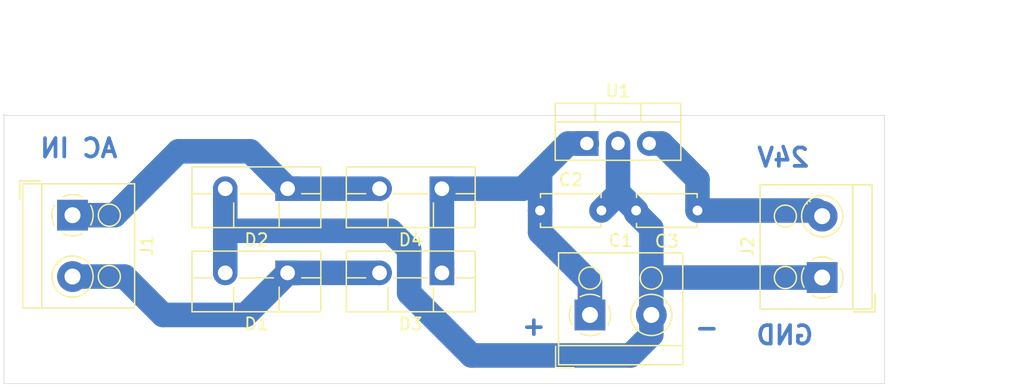
<source format=kicad_pcb>
(kicad_pcb (version 20171130) (host pcbnew "(5.1.7)-1")

  (general
    (thickness 1.6)
    (drawings 11)
    (tracks 43)
    (zones 0)
    (modules 10)
    (nets 6)
  )

  (page A4)
  (layers
    (0 F.Cu signal)
    (31 B.Cu signal)
    (32 B.Adhes user)
    (33 F.Adhes user)
    (34 B.Paste user)
    (35 F.Paste user)
    (36 B.SilkS user)
    (37 F.SilkS user)
    (38 B.Mask user)
    (39 F.Mask user)
    (40 Dwgs.User user)
    (41 Cmts.User user)
    (42 Eco1.User user)
    (43 Eco2.User user)
    (44 Edge.Cuts user)
    (45 Margin user)
    (46 B.CrtYd user)
    (47 F.CrtYd user)
    (48 B.Fab user)
    (49 F.Fab user)
  )

  (setup
    (last_trace_width 2)
    (user_trace_width 0.5)
    (user_trace_width 1)
    (user_trace_width 1.5)
    (user_trace_width 2)
    (trace_clearance 0.2)
    (zone_clearance 0.508)
    (zone_45_only no)
    (trace_min 0.2)
    (via_size 0.8)
    (via_drill 0.4)
    (via_min_size 0.4)
    (via_min_drill 0.3)
    (uvia_size 0.3)
    (uvia_drill 0.1)
    (uvias_allowed no)
    (uvia_min_size 0.2)
    (uvia_min_drill 0.1)
    (edge_width 0.05)
    (segment_width 0.2)
    (pcb_text_width 0.3)
    (pcb_text_size 1.5 1.5)
    (mod_edge_width 0.12)
    (mod_text_size 1 1)
    (mod_text_width 0.15)
    (pad_size 1.524 1.524)
    (pad_drill 0.762)
    (pad_to_mask_clearance 0)
    (aux_axis_origin 0 0)
    (visible_elements 7FFFFFFF)
    (pcbplotparams
      (layerselection 0x010fc_ffffffff)
      (usegerberextensions false)
      (usegerberattributes true)
      (usegerberadvancedattributes true)
      (creategerberjobfile true)
      (excludeedgelayer true)
      (linewidth 0.100000)
      (plotframeref false)
      (viasonmask false)
      (mode 1)
      (useauxorigin false)
      (hpglpennumber 1)
      (hpglpenspeed 20)
      (hpglpendiameter 15.000000)
      (psnegative false)
      (psa4output false)
      (plotreference true)
      (plotvalue true)
      (plotinvisibletext false)
      (padsonsilk false)
      (subtractmaskfromsilk false)
      (outputformat 1)
      (mirror false)
      (drillshape 1)
      (scaleselection 1)
      (outputdirectory ""))
  )

  (net 0 "")
  (net 1 /RECT+)
  (net 2 /GND)
  (net 3 /24V+)
  (net 4 "Net-(D1-Pad1)")
  (net 5 "Net-(D2-Pad1)")

  (net_class Default "This is the default net class."
    (clearance 0.2)
    (trace_width 0.25)
    (via_dia 0.8)
    (via_drill 0.4)
    (uvia_dia 0.3)
    (uvia_drill 0.1)
    (add_net /24V+)
    (add_net /GND)
    (add_net /RECT+)
    (add_net "Net-(D1-Pad1)")
    (add_net "Net-(D2-Pad1)")
  )

  (module TerminalBlock_RND:TerminalBlock_RND_205-00001_1x02_P5.00mm_Horizontal (layer F.Cu) (tedit 5B294F8C) (tstamp 5F97BC6F)
    (at 88.646 53.848)
    (descr "terminal block RND 205-00001, 2 pins, pitch 5mm, size 10x9mm^2, drill diamater 1.3mm, pad diameter 2.5mm, see http://cdn-reichelt.de/documents/datenblatt/C151/RND_205-00001_DB_EN.pdf, script-generated using https://github.com/pointhi/kicad-footprint-generator/scripts/TerminalBlock_RND")
    (tags "THT terminal block RND 205-00001 pitch 5mm size 10x9mm^2 drill 1.3mm pad 2.5mm")
    (path /5F97B333)
    (fp_text reference C1 (at 2.5 -6.06) (layer F.SilkS)
      (effects (font (size 1 1) (thickness 0.15)))
    )
    (fp_text value 6800u (at 2.5 5.06) (layer F.Fab)
      (effects (font (size 1 1) (thickness 0.15)))
    )
    (fp_line (start 8 -5.5) (end -3 -5.5) (layer F.CrtYd) (width 0.05))
    (fp_line (start 8 4.5) (end 8 -5.5) (layer F.CrtYd) (width 0.05))
    (fp_line (start -3 4.5) (end 8 4.5) (layer F.CrtYd) (width 0.05))
    (fp_line (start -3 -5.5) (end -3 4.5) (layer F.CrtYd) (width 0.05))
    (fp_line (start -2.8 4.3) (end -1.3 4.3) (layer F.SilkS) (width 0.12))
    (fp_line (start -2.8 2.56) (end -2.8 4.3) (layer F.SilkS) (width 0.12))
    (fp_line (start 3.82 0.976) (end 3.726 1.069) (layer F.SilkS) (width 0.12))
    (fp_line (start 6.07 -1.275) (end 6.011 -1.216) (layer F.SilkS) (width 0.12))
    (fp_line (start 3.99 1.216) (end 3.931 1.274) (layer F.SilkS) (width 0.12))
    (fp_line (start 6.275 -1.069) (end 6.181 -0.976) (layer F.SilkS) (width 0.12))
    (fp_line (start 5.955 -1.138) (end 3.863 0.955) (layer F.Fab) (width 0.1))
    (fp_line (start 6.138 -0.955) (end 4.046 1.138) (layer F.Fab) (width 0.1))
    (fp_line (start 0.955 -1.138) (end -1.138 0.955) (layer F.Fab) (width 0.1))
    (fp_line (start 1.138 -0.955) (end -0.955 1.138) (layer F.Fab) (width 0.1))
    (fp_line (start 7.56 -5.06) (end 7.56 4.06) (layer F.SilkS) (width 0.12))
    (fp_line (start -2.56 -5.06) (end -2.56 4.06) (layer F.SilkS) (width 0.12))
    (fp_line (start -2.56 4.06) (end 7.56 4.06) (layer F.SilkS) (width 0.12))
    (fp_line (start -2.56 -5.06) (end 7.56 -5.06) (layer F.SilkS) (width 0.12))
    (fp_line (start -2.56 2.5) (end 7.56 2.5) (layer F.SilkS) (width 0.12))
    (fp_line (start -2.5 2.5) (end 7.5 2.5) (layer F.Fab) (width 0.1))
    (fp_line (start -2.5 2.5) (end -2.5 -5) (layer F.Fab) (width 0.1))
    (fp_line (start -1 4) (end -2.5 2.5) (layer F.Fab) (width 0.1))
    (fp_line (start 7.5 4) (end -1 4) (layer F.Fab) (width 0.1))
    (fp_line (start 7.5 -5) (end 7.5 4) (layer F.Fab) (width 0.1))
    (fp_line (start -2.5 -5) (end 7.5 -5) (layer F.Fab) (width 0.1))
    (fp_circle (center 5 -3) (end 5.9 -3) (layer F.SilkS) (width 0.12))
    (fp_circle (center 5 -3) (end 5.9 -3) (layer F.Fab) (width 0.1))
    (fp_circle (center 5 0) (end 6.68 0) (layer F.SilkS) (width 0.12))
    (fp_circle (center 5 0) (end 6.5 0) (layer F.Fab) (width 0.1))
    (fp_circle (center 0 -3) (end 0.9 -3) (layer F.SilkS) (width 0.12))
    (fp_circle (center 0 -3) (end 0.9 -3) (layer F.Fab) (width 0.1))
    (fp_circle (center 0 0) (end 1.5 0) (layer F.Fab) (width 0.1))
    (fp_arc (start 0 0) (end 0 1.68) (angle -28) (layer F.SilkS) (width 0.12))
    (fp_arc (start 0 0) (end 1.484 0.789) (angle -56) (layer F.SilkS) (width 0.12))
    (fp_arc (start 0 0) (end 0.789 -1.484) (angle -56) (layer F.SilkS) (width 0.12))
    (fp_arc (start 0 0) (end -1.484 -0.789) (angle -56) (layer F.SilkS) (width 0.12))
    (fp_arc (start 0 0) (end -0.789 1.484) (angle -29) (layer F.SilkS) (width 0.12))
    (fp_text user %R (at 2.5 -6.06) (layer F.Fab)
      (effects (font (size 1 1) (thickness 0.15)))
    )
    (pad 1 thru_hole rect (at 0 0) (size 2.5 2.5) (drill 1.3) (layers *.Cu *.Mask)
      (net 1 /RECT+))
    (pad 2 thru_hole circle (at 5 0) (size 2.5 2.5) (drill 1.3) (layers *.Cu *.Mask)
      (net 2 /GND))
    (model ${KISYS3DMOD}/TerminalBlock_RND.3dshapes/TerminalBlock_RND_205-00001_1x02_P5.00mm_Horizontal.wrl
      (at (xyz 0 0 0))
      (scale (xyz 1 1 1))
      (rotate (xyz 0 0 0))
    )
  )

  (module Capacitor_THT:C_Disc_D4.7mm_W2.5mm_P5.00mm (layer F.Cu) (tedit 5AE50EF0) (tstamp 5F97BC84)
    (at 84.582 45.339)
    (descr "C, Disc series, Radial, pin pitch=5.00mm, , diameter*width=4.7*2.5mm^2, Capacitor, http://www.vishay.com/docs/45233/krseries.pdf")
    (tags "C Disc series Radial pin pitch 5.00mm  diameter 4.7mm width 2.5mm Capacitor")
    (path /5F97739A)
    (fp_text reference C2 (at 2.5 -2.5) (layer F.SilkS)
      (effects (font (size 1 1) (thickness 0.15)))
    )
    (fp_text value 330n (at 2.5 2.5) (layer F.Fab)
      (effects (font (size 1 1) (thickness 0.15)))
    )
    (fp_line (start 6.05 -1.5) (end -1.05 -1.5) (layer F.CrtYd) (width 0.05))
    (fp_line (start 6.05 1.5) (end 6.05 -1.5) (layer F.CrtYd) (width 0.05))
    (fp_line (start -1.05 1.5) (end 6.05 1.5) (layer F.CrtYd) (width 0.05))
    (fp_line (start -1.05 -1.5) (end -1.05 1.5) (layer F.CrtYd) (width 0.05))
    (fp_line (start 4.97 1.055) (end 4.97 1.37) (layer F.SilkS) (width 0.12))
    (fp_line (start 4.97 -1.37) (end 4.97 -1.055) (layer F.SilkS) (width 0.12))
    (fp_line (start 0.03 1.055) (end 0.03 1.37) (layer F.SilkS) (width 0.12))
    (fp_line (start 0.03 -1.37) (end 0.03 -1.055) (layer F.SilkS) (width 0.12))
    (fp_line (start 0.03 1.37) (end 4.97 1.37) (layer F.SilkS) (width 0.12))
    (fp_line (start 0.03 -1.37) (end 4.97 -1.37) (layer F.SilkS) (width 0.12))
    (fp_line (start 4.85 -1.25) (end 0.15 -1.25) (layer F.Fab) (width 0.1))
    (fp_line (start 4.85 1.25) (end 4.85 -1.25) (layer F.Fab) (width 0.1))
    (fp_line (start 0.15 1.25) (end 4.85 1.25) (layer F.Fab) (width 0.1))
    (fp_line (start 0.15 -1.25) (end 0.15 1.25) (layer F.Fab) (width 0.1))
    (fp_text user %R (at 2.5 0) (layer F.Fab)
      (effects (font (size 0.94 0.94) (thickness 0.141)))
    )
    (pad 1 thru_hole circle (at 0 0) (size 1.6 1.6) (drill 0.8) (layers *.Cu *.Mask)
      (net 1 /RECT+))
    (pad 2 thru_hole circle (at 5 0) (size 1.6 1.6) (drill 0.8) (layers *.Cu *.Mask)
      (net 2 /GND))
    (model ${KISYS3DMOD}/Capacitor_THT.3dshapes/C_Disc_D4.7mm_W2.5mm_P5.00mm.wrl
      (at (xyz 0 0 0))
      (scale (xyz 1 1 1))
      (rotate (xyz 0 0 0))
    )
  )

  (module Capacitor_THT:C_Disc_D4.7mm_W2.5mm_P5.00mm (layer F.Cu) (tedit 5AE50EF0) (tstamp 5F97BC99)
    (at 97.409 45.339 180)
    (descr "C, Disc series, Radial, pin pitch=5.00mm, , diameter*width=4.7*2.5mm^2, Capacitor, http://www.vishay.com/docs/45233/krseries.pdf")
    (tags "C Disc series Radial pin pitch 5.00mm  diameter 4.7mm width 2.5mm Capacitor")
    (path /5F981BAA)
    (fp_text reference C3 (at 2.5 -2.5 180) (layer F.SilkS)
      (effects (font (size 1 1) (thickness 0.15)))
    )
    (fp_text value 100u (at 2.5 2.5 180) (layer F.Fab)
      (effects (font (size 1 1) (thickness 0.15)))
    )
    (fp_line (start 0.15 -1.25) (end 0.15 1.25) (layer F.Fab) (width 0.1))
    (fp_line (start 0.15 1.25) (end 4.85 1.25) (layer F.Fab) (width 0.1))
    (fp_line (start 4.85 1.25) (end 4.85 -1.25) (layer F.Fab) (width 0.1))
    (fp_line (start 4.85 -1.25) (end 0.15 -1.25) (layer F.Fab) (width 0.1))
    (fp_line (start 0.03 -1.37) (end 4.97 -1.37) (layer F.SilkS) (width 0.12))
    (fp_line (start 0.03 1.37) (end 4.97 1.37) (layer F.SilkS) (width 0.12))
    (fp_line (start 0.03 -1.37) (end 0.03 -1.055) (layer F.SilkS) (width 0.12))
    (fp_line (start 0.03 1.055) (end 0.03 1.37) (layer F.SilkS) (width 0.12))
    (fp_line (start 4.97 -1.37) (end 4.97 -1.055) (layer F.SilkS) (width 0.12))
    (fp_line (start 4.97 1.055) (end 4.97 1.37) (layer F.SilkS) (width 0.12))
    (fp_line (start -1.05 -1.5) (end -1.05 1.5) (layer F.CrtYd) (width 0.05))
    (fp_line (start -1.05 1.5) (end 6.05 1.5) (layer F.CrtYd) (width 0.05))
    (fp_line (start 6.05 1.5) (end 6.05 -1.5) (layer F.CrtYd) (width 0.05))
    (fp_line (start 6.05 -1.5) (end -1.05 -1.5) (layer F.CrtYd) (width 0.05))
    (fp_text user %R (at 2.5 0 180) (layer F.Fab)
      (effects (font (size 0.94 0.94) (thickness 0.141)))
    )
    (pad 2 thru_hole circle (at 5 0 180) (size 1.6 1.6) (drill 0.8) (layers *.Cu *.Mask)
      (net 2 /GND))
    (pad 1 thru_hole circle (at 0 0 180) (size 1.6 1.6) (drill 0.8) (layers *.Cu *.Mask)
      (net 3 /24V+))
    (model ${KISYS3DMOD}/Capacitor_THT.3dshapes/C_Disc_D4.7mm_W2.5mm_P5.00mm.wrl
      (at (xyz 0 0 0))
      (scale (xyz 1 1 1))
      (rotate (xyz 0 0 0))
    )
  )

  (module Package_TO_SOT_THT:TO-220F-2_Vertical (layer F.Cu) (tedit 5ACC4AF2) (tstamp 5F97BCB4)
    (at 64.008 50.419 180)
    (descr "TO-220F-2, Vertical, RM 5.08mm, see http://www.onsemi.com/pub/Collateral/FFPF10F150S-D.pdf")
    (tags "TO-220F-2 Vertical RM 5.08mm")
    (path /5F975065)
    (fp_text reference D1 (at 2.54 -4.1675 180) (layer F.SilkS)
      (effects (font (size 1 1) (thickness 0.15)))
    )
    (fp_text value D (at 2.54 2.9025 180) (layer F.Fab)
      (effects (font (size 1 1) (thickness 0.15)))
    )
    (fp_line (start -2.59 -3.0475) (end -2.59 1.6525) (layer F.Fab) (width 0.1))
    (fp_line (start -2.59 1.6525) (end 7.67 1.6525) (layer F.Fab) (width 0.1))
    (fp_line (start 7.67 1.6525) (end 7.67 -3.0475) (layer F.Fab) (width 0.1))
    (fp_line (start 7.67 -3.0475) (end -2.59 -3.0475) (layer F.Fab) (width 0.1))
    (fp_line (start -2.59 -0.5275) (end 7.67 -0.5275) (layer F.Fab) (width 0.1))
    (fp_line (start 0.69 -3.0475) (end 0.69 -0.5275) (layer F.Fab) (width 0.1))
    (fp_line (start 4.39 -3.0475) (end 4.39 -0.5275) (layer F.Fab) (width 0.1))
    (fp_line (start -2.71 -3.168) (end 7.79 -3.168) (layer F.SilkS) (width 0.12))
    (fp_line (start -2.71 1.773) (end 7.79 1.773) (layer F.SilkS) (width 0.12))
    (fp_line (start -2.71 -3.168) (end -2.71 1.773) (layer F.SilkS) (width 0.12))
    (fp_line (start 7.79 -3.168) (end 7.79 1.773) (layer F.SilkS) (width 0.12))
    (fp_line (start -2.71 -0.408) (end -1.15 -0.408) (layer F.SilkS) (width 0.12))
    (fp_line (start 1.15 -0.408) (end 3.952 -0.408) (layer F.SilkS) (width 0.12))
    (fp_line (start 6.209 -0.408) (end 7.79 -0.408) (layer F.SilkS) (width 0.12))
    (fp_line (start 0.69 -3.168) (end 0.69 -1.15) (layer F.SilkS) (width 0.12))
    (fp_line (start 4.391 -3.168) (end 4.391 -1.165) (layer F.SilkS) (width 0.12))
    (fp_line (start -2.84 -3.3) (end -2.84 1.91) (layer F.CrtYd) (width 0.05))
    (fp_line (start -2.84 1.91) (end 7.92 1.91) (layer F.CrtYd) (width 0.05))
    (fp_line (start 7.92 1.91) (end 7.92 -3.3) (layer F.CrtYd) (width 0.05))
    (fp_line (start 7.92 -3.3) (end -2.84 -3.3) (layer F.CrtYd) (width 0.05))
    (fp_text user %R (at 2.54 -4.1675 180) (layer F.Fab)
      (effects (font (size 1 1) (thickness 0.15)))
    )
    (pad 2 thru_hole oval (at 5.08 0 180) (size 2 2) (drill 1.2) (layers *.Cu *.Mask)
      (net 2 /GND))
    (pad 1 thru_hole rect (at 0 0 180) (size 2 2) (drill 1.2) (layers *.Cu *.Mask)
      (net 4 "Net-(D1-Pad1)"))
    (model ${KISYS3DMOD}/Package_TO_SOT_THT.3dshapes/TO-220F-2_Vertical.wrl
      (at (xyz 0 0 0))
      (scale (xyz 1 1 1))
      (rotate (xyz 0 0 0))
    )
  )

  (module Package_TO_SOT_THT:TO-220F-2_Vertical (layer F.Cu) (tedit 5ACC4AF2) (tstamp 5F97BCCF)
    (at 64.008 43.561 180)
    (descr "TO-220F-2, Vertical, RM 5.08mm, see http://www.onsemi.com/pub/Collateral/FFPF10F150S-D.pdf")
    (tags "TO-220F-2 Vertical RM 5.08mm")
    (path /5F9758DC)
    (fp_text reference D2 (at 2.54 -4.1675 180) (layer F.SilkS)
      (effects (font (size 1 1) (thickness 0.15)))
    )
    (fp_text value D (at 2.54 2.9025 180) (layer F.Fab)
      (effects (font (size 1 1) (thickness 0.15)))
    )
    (fp_line (start 7.92 -3.3) (end -2.84 -3.3) (layer F.CrtYd) (width 0.05))
    (fp_line (start 7.92 1.91) (end 7.92 -3.3) (layer F.CrtYd) (width 0.05))
    (fp_line (start -2.84 1.91) (end 7.92 1.91) (layer F.CrtYd) (width 0.05))
    (fp_line (start -2.84 -3.3) (end -2.84 1.91) (layer F.CrtYd) (width 0.05))
    (fp_line (start 4.391 -3.168) (end 4.391 -1.165) (layer F.SilkS) (width 0.12))
    (fp_line (start 0.69 -3.168) (end 0.69 -1.15) (layer F.SilkS) (width 0.12))
    (fp_line (start 6.209 -0.408) (end 7.79 -0.408) (layer F.SilkS) (width 0.12))
    (fp_line (start 1.15 -0.408) (end 3.952 -0.408) (layer F.SilkS) (width 0.12))
    (fp_line (start -2.71 -0.408) (end -1.15 -0.408) (layer F.SilkS) (width 0.12))
    (fp_line (start 7.79 -3.168) (end 7.79 1.773) (layer F.SilkS) (width 0.12))
    (fp_line (start -2.71 -3.168) (end -2.71 1.773) (layer F.SilkS) (width 0.12))
    (fp_line (start -2.71 1.773) (end 7.79 1.773) (layer F.SilkS) (width 0.12))
    (fp_line (start -2.71 -3.168) (end 7.79 -3.168) (layer F.SilkS) (width 0.12))
    (fp_line (start 4.39 -3.0475) (end 4.39 -0.5275) (layer F.Fab) (width 0.1))
    (fp_line (start 0.69 -3.0475) (end 0.69 -0.5275) (layer F.Fab) (width 0.1))
    (fp_line (start -2.59 -0.5275) (end 7.67 -0.5275) (layer F.Fab) (width 0.1))
    (fp_line (start 7.67 -3.0475) (end -2.59 -3.0475) (layer F.Fab) (width 0.1))
    (fp_line (start 7.67 1.6525) (end 7.67 -3.0475) (layer F.Fab) (width 0.1))
    (fp_line (start -2.59 1.6525) (end 7.67 1.6525) (layer F.Fab) (width 0.1))
    (fp_line (start -2.59 -3.0475) (end -2.59 1.6525) (layer F.Fab) (width 0.1))
    (fp_text user %R (at 2.54 -4.1675 180) (layer F.Fab)
      (effects (font (size 1 1) (thickness 0.15)))
    )
    (pad 1 thru_hole rect (at 0 0 180) (size 2 2) (drill 1.2) (layers *.Cu *.Mask)
      (net 5 "Net-(D2-Pad1)"))
    (pad 2 thru_hole oval (at 5.08 0 180) (size 2 2) (drill 1.2) (layers *.Cu *.Mask)
      (net 2 /GND))
    (model ${KISYS3DMOD}/Package_TO_SOT_THT.3dshapes/TO-220F-2_Vertical.wrl
      (at (xyz 0 0 0))
      (scale (xyz 1 1 1))
      (rotate (xyz 0 0 0))
    )
  )

  (module Package_TO_SOT_THT:TO-220F-2_Vertical (layer F.Cu) (tedit 5ACC4AF2) (tstamp 5F97BCEA)
    (at 76.581 50.419 180)
    (descr "TO-220F-2, Vertical, RM 5.08mm, see http://www.onsemi.com/pub/Collateral/FFPF10F150S-D.pdf")
    (tags "TO-220F-2 Vertical RM 5.08mm")
    (path /5F975D43)
    (fp_text reference D3 (at 2.54 -4.1675 180) (layer F.SilkS)
      (effects (font (size 1 1) (thickness 0.15)))
    )
    (fp_text value D (at 2.54 2.9025 180) (layer F.Fab)
      (effects (font (size 1 1) (thickness 0.15)))
    )
    (fp_line (start -2.59 -3.0475) (end -2.59 1.6525) (layer F.Fab) (width 0.1))
    (fp_line (start -2.59 1.6525) (end 7.67 1.6525) (layer F.Fab) (width 0.1))
    (fp_line (start 7.67 1.6525) (end 7.67 -3.0475) (layer F.Fab) (width 0.1))
    (fp_line (start 7.67 -3.0475) (end -2.59 -3.0475) (layer F.Fab) (width 0.1))
    (fp_line (start -2.59 -0.5275) (end 7.67 -0.5275) (layer F.Fab) (width 0.1))
    (fp_line (start 0.69 -3.0475) (end 0.69 -0.5275) (layer F.Fab) (width 0.1))
    (fp_line (start 4.39 -3.0475) (end 4.39 -0.5275) (layer F.Fab) (width 0.1))
    (fp_line (start -2.71 -3.168) (end 7.79 -3.168) (layer F.SilkS) (width 0.12))
    (fp_line (start -2.71 1.773) (end 7.79 1.773) (layer F.SilkS) (width 0.12))
    (fp_line (start -2.71 -3.168) (end -2.71 1.773) (layer F.SilkS) (width 0.12))
    (fp_line (start 7.79 -3.168) (end 7.79 1.773) (layer F.SilkS) (width 0.12))
    (fp_line (start -2.71 -0.408) (end -1.15 -0.408) (layer F.SilkS) (width 0.12))
    (fp_line (start 1.15 -0.408) (end 3.952 -0.408) (layer F.SilkS) (width 0.12))
    (fp_line (start 6.209 -0.408) (end 7.79 -0.408) (layer F.SilkS) (width 0.12))
    (fp_line (start 0.69 -3.168) (end 0.69 -1.15) (layer F.SilkS) (width 0.12))
    (fp_line (start 4.391 -3.168) (end 4.391 -1.165) (layer F.SilkS) (width 0.12))
    (fp_line (start -2.84 -3.3) (end -2.84 1.91) (layer F.CrtYd) (width 0.05))
    (fp_line (start -2.84 1.91) (end 7.92 1.91) (layer F.CrtYd) (width 0.05))
    (fp_line (start 7.92 1.91) (end 7.92 -3.3) (layer F.CrtYd) (width 0.05))
    (fp_line (start 7.92 -3.3) (end -2.84 -3.3) (layer F.CrtYd) (width 0.05))
    (fp_text user %R (at 2.54 -4.1675 180) (layer F.Fab)
      (effects (font (size 1 1) (thickness 0.15)))
    )
    (pad 2 thru_hole oval (at 5.08 0 180) (size 2 2) (drill 1.2) (layers *.Cu *.Mask)
      (net 4 "Net-(D1-Pad1)"))
    (pad 1 thru_hole rect (at 0 0 180) (size 2 2) (drill 1.2) (layers *.Cu *.Mask)
      (net 1 /RECT+))
    (model ${KISYS3DMOD}/Package_TO_SOT_THT.3dshapes/TO-220F-2_Vertical.wrl
      (at (xyz 0 0 0))
      (scale (xyz 1 1 1))
      (rotate (xyz 0 0 0))
    )
  )

  (module Package_TO_SOT_THT:TO-220F-2_Vertical (layer F.Cu) (tedit 5ACC4AF2) (tstamp 5F97BD05)
    (at 76.581 43.561 180)
    (descr "TO-220F-2, Vertical, RM 5.08mm, see http://www.onsemi.com/pub/Collateral/FFPF10F150S-D.pdf")
    (tags "TO-220F-2 Vertical RM 5.08mm")
    (path /5F975FE8)
    (fp_text reference D4 (at 2.54 -4.1675 180) (layer F.SilkS)
      (effects (font (size 1 1) (thickness 0.15)))
    )
    (fp_text value D (at 2.54 2.9025 180) (layer F.Fab)
      (effects (font (size 1 1) (thickness 0.15)))
    )
    (fp_line (start 7.92 -3.3) (end -2.84 -3.3) (layer F.CrtYd) (width 0.05))
    (fp_line (start 7.92 1.91) (end 7.92 -3.3) (layer F.CrtYd) (width 0.05))
    (fp_line (start -2.84 1.91) (end 7.92 1.91) (layer F.CrtYd) (width 0.05))
    (fp_line (start -2.84 -3.3) (end -2.84 1.91) (layer F.CrtYd) (width 0.05))
    (fp_line (start 4.391 -3.168) (end 4.391 -1.165) (layer F.SilkS) (width 0.12))
    (fp_line (start 0.69 -3.168) (end 0.69 -1.15) (layer F.SilkS) (width 0.12))
    (fp_line (start 6.209 -0.408) (end 7.79 -0.408) (layer F.SilkS) (width 0.12))
    (fp_line (start 1.15 -0.408) (end 3.952 -0.408) (layer F.SilkS) (width 0.12))
    (fp_line (start -2.71 -0.408) (end -1.15 -0.408) (layer F.SilkS) (width 0.12))
    (fp_line (start 7.79 -3.168) (end 7.79 1.773) (layer F.SilkS) (width 0.12))
    (fp_line (start -2.71 -3.168) (end -2.71 1.773) (layer F.SilkS) (width 0.12))
    (fp_line (start -2.71 1.773) (end 7.79 1.773) (layer F.SilkS) (width 0.12))
    (fp_line (start -2.71 -3.168) (end 7.79 -3.168) (layer F.SilkS) (width 0.12))
    (fp_line (start 4.39 -3.0475) (end 4.39 -0.5275) (layer F.Fab) (width 0.1))
    (fp_line (start 0.69 -3.0475) (end 0.69 -0.5275) (layer F.Fab) (width 0.1))
    (fp_line (start -2.59 -0.5275) (end 7.67 -0.5275) (layer F.Fab) (width 0.1))
    (fp_line (start 7.67 -3.0475) (end -2.59 -3.0475) (layer F.Fab) (width 0.1))
    (fp_line (start 7.67 1.6525) (end 7.67 -3.0475) (layer F.Fab) (width 0.1))
    (fp_line (start -2.59 1.6525) (end 7.67 1.6525) (layer F.Fab) (width 0.1))
    (fp_line (start -2.59 -3.0475) (end -2.59 1.6525) (layer F.Fab) (width 0.1))
    (fp_text user %R (at 2.54 -4.1675 180) (layer F.Fab)
      (effects (font (size 1 1) (thickness 0.15)))
    )
    (pad 1 thru_hole rect (at 0 0 180) (size 2 2) (drill 1.2) (layers *.Cu *.Mask)
      (net 1 /RECT+))
    (pad 2 thru_hole oval (at 5.08 0 180) (size 2 2) (drill 1.2) (layers *.Cu *.Mask)
      (net 5 "Net-(D2-Pad1)"))
    (model ${KISYS3DMOD}/Package_TO_SOT_THT.3dshapes/TO-220F-2_Vertical.wrl
      (at (xyz 0 0 0))
      (scale (xyz 1 1 1))
      (rotate (xyz 0 0 0))
    )
  )

  (module TerminalBlock_RND:TerminalBlock_RND_205-00001_1x02_P5.00mm_Horizontal (layer F.Cu) (tedit 5B294F8C) (tstamp 5F97BD31)
    (at 46.482 45.72 270)
    (descr "terminal block RND 205-00001, 2 pins, pitch 5mm, size 10x9mm^2, drill diamater 1.3mm, pad diameter 2.5mm, see http://cdn-reichelt.de/documents/datenblatt/C151/RND_205-00001_DB_EN.pdf, script-generated using https://github.com/pointhi/kicad-footprint-generator/scripts/TerminalBlock_RND")
    (tags "THT terminal block RND 205-00001 pitch 5mm size 10x9mm^2 drill 1.3mm pad 2.5mm")
    (path /5F983583)
    (fp_text reference J1 (at 2.5 -6.06 270) (layer F.SilkS)
      (effects (font (size 1 1) (thickness 0.15)))
    )
    (fp_text value AC_IN (at 2.5 5.06 270) (layer F.Fab)
      (effects (font (size 1 1) (thickness 0.15)))
    )
    (fp_circle (center 0 0) (end 1.5 0) (layer F.Fab) (width 0.1))
    (fp_circle (center 0 -3) (end 0.9 -3) (layer F.Fab) (width 0.1))
    (fp_circle (center 0 -3) (end 0.9 -3) (layer F.SilkS) (width 0.12))
    (fp_circle (center 5 0) (end 6.5 0) (layer F.Fab) (width 0.1))
    (fp_circle (center 5 0) (end 6.68 0) (layer F.SilkS) (width 0.12))
    (fp_circle (center 5 -3) (end 5.9 -3) (layer F.Fab) (width 0.1))
    (fp_circle (center 5 -3) (end 5.9 -3) (layer F.SilkS) (width 0.12))
    (fp_line (start -2.5 -5) (end 7.5 -5) (layer F.Fab) (width 0.1))
    (fp_line (start 7.5 -5) (end 7.5 4) (layer F.Fab) (width 0.1))
    (fp_line (start 7.5 4) (end -1 4) (layer F.Fab) (width 0.1))
    (fp_line (start -1 4) (end -2.5 2.5) (layer F.Fab) (width 0.1))
    (fp_line (start -2.5 2.5) (end -2.5 -5) (layer F.Fab) (width 0.1))
    (fp_line (start -2.5 2.5) (end 7.5 2.5) (layer F.Fab) (width 0.1))
    (fp_line (start -2.56 2.5) (end 7.56 2.5) (layer F.SilkS) (width 0.12))
    (fp_line (start -2.56 -5.06) (end 7.56 -5.06) (layer F.SilkS) (width 0.12))
    (fp_line (start -2.56 4.06) (end 7.56 4.06) (layer F.SilkS) (width 0.12))
    (fp_line (start -2.56 -5.06) (end -2.56 4.06) (layer F.SilkS) (width 0.12))
    (fp_line (start 7.56 -5.06) (end 7.56 4.06) (layer F.SilkS) (width 0.12))
    (fp_line (start 1.138 -0.955) (end -0.955 1.138) (layer F.Fab) (width 0.1))
    (fp_line (start 0.955 -1.138) (end -1.138 0.955) (layer F.Fab) (width 0.1))
    (fp_line (start 6.138 -0.955) (end 4.046 1.138) (layer F.Fab) (width 0.1))
    (fp_line (start 5.955 -1.138) (end 3.863 0.955) (layer F.Fab) (width 0.1))
    (fp_line (start 6.275 -1.069) (end 6.181 -0.976) (layer F.SilkS) (width 0.12))
    (fp_line (start 3.99 1.216) (end 3.931 1.274) (layer F.SilkS) (width 0.12))
    (fp_line (start 6.07 -1.275) (end 6.011 -1.216) (layer F.SilkS) (width 0.12))
    (fp_line (start 3.82 0.976) (end 3.726 1.069) (layer F.SilkS) (width 0.12))
    (fp_line (start -2.8 2.56) (end -2.8 4.3) (layer F.SilkS) (width 0.12))
    (fp_line (start -2.8 4.3) (end -1.3 4.3) (layer F.SilkS) (width 0.12))
    (fp_line (start -3 -5.5) (end -3 4.5) (layer F.CrtYd) (width 0.05))
    (fp_line (start -3 4.5) (end 8 4.5) (layer F.CrtYd) (width 0.05))
    (fp_line (start 8 4.5) (end 8 -5.5) (layer F.CrtYd) (width 0.05))
    (fp_line (start 8 -5.5) (end -3 -5.5) (layer F.CrtYd) (width 0.05))
    (fp_text user %R (at 2.5 -6.06 270) (layer F.Fab)
      (effects (font (size 1 1) (thickness 0.15)))
    )
    (fp_arc (start 0 0) (end -0.789 1.484) (angle -29) (layer F.SilkS) (width 0.12))
    (fp_arc (start 0 0) (end -1.484 -0.789) (angle -56) (layer F.SilkS) (width 0.12))
    (fp_arc (start 0 0) (end 0.789 -1.484) (angle -56) (layer F.SilkS) (width 0.12))
    (fp_arc (start 0 0) (end 1.484 0.789) (angle -56) (layer F.SilkS) (width 0.12))
    (fp_arc (start 0 0) (end 0 1.68) (angle -28) (layer F.SilkS) (width 0.12))
    (pad 2 thru_hole circle (at 5 0 270) (size 2.5 2.5) (drill 1.3) (layers *.Cu *.Mask)
      (net 4 "Net-(D1-Pad1)"))
    (pad 1 thru_hole rect (at 0 0 270) (size 2.5 2.5) (drill 1.3) (layers *.Cu *.Mask)
      (net 5 "Net-(D2-Pad1)"))
    (model ${KISYS3DMOD}/TerminalBlock_RND.3dshapes/TerminalBlock_RND_205-00001_1x02_P5.00mm_Horizontal.wrl
      (at (xyz 0 0 0))
      (scale (xyz 1 1 1))
      (rotate (xyz 0 0 0))
    )
  )

  (module TerminalBlock_RND:TerminalBlock_RND_205-00001_1x02_P5.00mm_Horizontal (layer F.Cu) (tedit 5B294F8C) (tstamp 5F97BD5D)
    (at 107.569 50.8 90)
    (descr "terminal block RND 205-00001, 2 pins, pitch 5mm, size 10x9mm^2, drill diamater 1.3mm, pad diameter 2.5mm, see http://cdn-reichelt.de/documents/datenblatt/C151/RND_205-00001_DB_EN.pdf, script-generated using https://github.com/pointhi/kicad-footprint-generator/scripts/TerminalBlock_RND")
    (tags "THT terminal block RND 205-00001 pitch 5mm size 10x9mm^2 drill 1.3mm pad 2.5mm")
    (path /5F9867AC)
    (fp_text reference J2 (at 2.5 -6.06 90) (layer F.SilkS)
      (effects (font (size 1 1) (thickness 0.15)))
    )
    (fp_text value DC_OUT (at 2.5 5.06 90) (layer F.Fab)
      (effects (font (size 1 1) (thickness 0.15)))
    )
    (fp_line (start 8 -5.5) (end -3 -5.5) (layer F.CrtYd) (width 0.05))
    (fp_line (start 8 4.5) (end 8 -5.5) (layer F.CrtYd) (width 0.05))
    (fp_line (start -3 4.5) (end 8 4.5) (layer F.CrtYd) (width 0.05))
    (fp_line (start -3 -5.5) (end -3 4.5) (layer F.CrtYd) (width 0.05))
    (fp_line (start -2.8 4.3) (end -1.3 4.3) (layer F.SilkS) (width 0.12))
    (fp_line (start -2.8 2.56) (end -2.8 4.3) (layer F.SilkS) (width 0.12))
    (fp_line (start 3.82 0.976) (end 3.726 1.069) (layer F.SilkS) (width 0.12))
    (fp_line (start 6.07 -1.275) (end 6.011 -1.216) (layer F.SilkS) (width 0.12))
    (fp_line (start 3.99 1.216) (end 3.931 1.274) (layer F.SilkS) (width 0.12))
    (fp_line (start 6.275 -1.069) (end 6.181 -0.976) (layer F.SilkS) (width 0.12))
    (fp_line (start 5.955 -1.138) (end 3.863 0.955) (layer F.Fab) (width 0.1))
    (fp_line (start 6.138 -0.955) (end 4.046 1.138) (layer F.Fab) (width 0.1))
    (fp_line (start 0.955 -1.138) (end -1.138 0.955) (layer F.Fab) (width 0.1))
    (fp_line (start 1.138 -0.955) (end -0.955 1.138) (layer F.Fab) (width 0.1))
    (fp_line (start 7.56 -5.06) (end 7.56 4.06) (layer F.SilkS) (width 0.12))
    (fp_line (start -2.56 -5.06) (end -2.56 4.06) (layer F.SilkS) (width 0.12))
    (fp_line (start -2.56 4.06) (end 7.56 4.06) (layer F.SilkS) (width 0.12))
    (fp_line (start -2.56 -5.06) (end 7.56 -5.06) (layer F.SilkS) (width 0.12))
    (fp_line (start -2.56 2.5) (end 7.56 2.5) (layer F.SilkS) (width 0.12))
    (fp_line (start -2.5 2.5) (end 7.5 2.5) (layer F.Fab) (width 0.1))
    (fp_line (start -2.5 2.5) (end -2.5 -5) (layer F.Fab) (width 0.1))
    (fp_line (start -1 4) (end -2.5 2.5) (layer F.Fab) (width 0.1))
    (fp_line (start 7.5 4) (end -1 4) (layer F.Fab) (width 0.1))
    (fp_line (start 7.5 -5) (end 7.5 4) (layer F.Fab) (width 0.1))
    (fp_line (start -2.5 -5) (end 7.5 -5) (layer F.Fab) (width 0.1))
    (fp_circle (center 5 -3) (end 5.9 -3) (layer F.SilkS) (width 0.12))
    (fp_circle (center 5 -3) (end 5.9 -3) (layer F.Fab) (width 0.1))
    (fp_circle (center 5 0) (end 6.68 0) (layer F.SilkS) (width 0.12))
    (fp_circle (center 5 0) (end 6.5 0) (layer F.Fab) (width 0.1))
    (fp_circle (center 0 -3) (end 0.9 -3) (layer F.SilkS) (width 0.12))
    (fp_circle (center 0 -3) (end 0.9 -3) (layer F.Fab) (width 0.1))
    (fp_circle (center 0 0) (end 1.5 0) (layer F.Fab) (width 0.1))
    (fp_arc (start 0 0) (end 0 1.68) (angle -28) (layer F.SilkS) (width 0.12))
    (fp_arc (start 0 0) (end 1.484 0.789) (angle -56) (layer F.SilkS) (width 0.12))
    (fp_arc (start 0 0) (end 0.789 -1.484) (angle -56) (layer F.SilkS) (width 0.12))
    (fp_arc (start 0 0) (end -1.484 -0.789) (angle -56) (layer F.SilkS) (width 0.12))
    (fp_arc (start 0 0) (end -0.789 1.484) (angle -29) (layer F.SilkS) (width 0.12))
    (fp_text user %R (at 2.5 -6.06 90) (layer F.Fab)
      (effects (font (size 1 1) (thickness 0.15)))
    )
    (pad 1 thru_hole rect (at 0 0 90) (size 2.5 2.5) (drill 1.3) (layers *.Cu *.Mask)
      (net 2 /GND))
    (pad 2 thru_hole circle (at 5 0 90) (size 2.5 2.5) (drill 1.3) (layers *.Cu *.Mask)
      (net 3 /24V+))
    (model ${KISYS3DMOD}/TerminalBlock_RND.3dshapes/TerminalBlock_RND_205-00001_1x02_P5.00mm_Horizontal.wrl
      (at (xyz 0 0 0))
      (scale (xyz 1 1 1))
      (rotate (xyz 0 0 0))
    )
  )

  (module Package_TO_SOT_THT:TO-220-3_Vertical (layer F.Cu) (tedit 5AC8BA0D) (tstamp 5F97BD77)
    (at 88.392 39.878)
    (descr "TO-220-3, Vertical, RM 2.54mm, see https://www.vishay.com/docs/66542/to-220-1.pdf")
    (tags "TO-220-3 Vertical RM 2.54mm")
    (path /5F97E69F)
    (fp_text reference U1 (at 2.54 -4.27) (layer F.SilkS)
      (effects (font (size 1 1) (thickness 0.15)))
    )
    (fp_text value LM7824_TO220 (at 2.54 2.5) (layer F.Fab)
      (effects (font (size 1 1) (thickness 0.15)))
    )
    (fp_line (start 7.79 -3.4) (end -2.71 -3.4) (layer F.CrtYd) (width 0.05))
    (fp_line (start 7.79 1.51) (end 7.79 -3.4) (layer F.CrtYd) (width 0.05))
    (fp_line (start -2.71 1.51) (end 7.79 1.51) (layer F.CrtYd) (width 0.05))
    (fp_line (start -2.71 -3.4) (end -2.71 1.51) (layer F.CrtYd) (width 0.05))
    (fp_line (start 4.391 -3.27) (end 4.391 -1.76) (layer F.SilkS) (width 0.12))
    (fp_line (start 0.69 -3.27) (end 0.69 -1.76) (layer F.SilkS) (width 0.12))
    (fp_line (start -2.58 -1.76) (end 7.66 -1.76) (layer F.SilkS) (width 0.12))
    (fp_line (start 7.66 -3.27) (end 7.66 1.371) (layer F.SilkS) (width 0.12))
    (fp_line (start -2.58 -3.27) (end -2.58 1.371) (layer F.SilkS) (width 0.12))
    (fp_line (start -2.58 1.371) (end 7.66 1.371) (layer F.SilkS) (width 0.12))
    (fp_line (start -2.58 -3.27) (end 7.66 -3.27) (layer F.SilkS) (width 0.12))
    (fp_line (start 4.39 -3.15) (end 4.39 -1.88) (layer F.Fab) (width 0.1))
    (fp_line (start 0.69 -3.15) (end 0.69 -1.88) (layer F.Fab) (width 0.1))
    (fp_line (start -2.46 -1.88) (end 7.54 -1.88) (layer F.Fab) (width 0.1))
    (fp_line (start 7.54 -3.15) (end -2.46 -3.15) (layer F.Fab) (width 0.1))
    (fp_line (start 7.54 1.25) (end 7.54 -3.15) (layer F.Fab) (width 0.1))
    (fp_line (start -2.46 1.25) (end 7.54 1.25) (layer F.Fab) (width 0.1))
    (fp_line (start -2.46 -3.15) (end -2.46 1.25) (layer F.Fab) (width 0.1))
    (fp_text user %R (at 2.54 -4.27) (layer F.Fab)
      (effects (font (size 1 1) (thickness 0.15)))
    )
    (pad 1 thru_hole rect (at 0 0) (size 1.905 2) (drill 1.1) (layers *.Cu *.Mask)
      (net 1 /RECT+))
    (pad 2 thru_hole oval (at 2.54 0) (size 1.905 2) (drill 1.1) (layers *.Cu *.Mask)
      (net 2 /GND))
    (pad 3 thru_hole oval (at 5.08 0) (size 1.905 2) (drill 1.1) (layers *.Cu *.Mask)
      (net 3 /24V+))
    (model ${KISYS3DMOD}/Package_TO_SOT_THT.3dshapes/TO-220-3_Vertical.wrl
      (at (xyz 0 0 0))
      (scale (xyz 1 1 1))
      (rotate (xyz 0 0 0))
    )
  )

  (dimension 21.844369 (width 0.15) (layer Dwgs.User)
    (gr_text "21,844 mm" (at 120.360786 48.469533 270.3) (layer Dwgs.User)
      (effects (font (size 1 1) (thickness 0.15)))
    )
    (feature1 (pts (xy 112.776 59.436) (xy 119.710719 59.395682)))
    (feature2 (pts (xy 112.649 37.592) (xy 119.583719 37.551682)))
    (crossbar (pts (xy 118.997308 37.555091) (xy 119.124308 59.399091)))
    (arrow1a (pts (xy 119.124308 59.399091) (xy 118.531348 58.276016)))
    (arrow1b (pts (xy 119.124308 59.399091) (xy 119.704169 58.269197)))
    (arrow2a (pts (xy 118.997308 37.555091) (xy 118.417447 38.684985)))
    (arrow2b (pts (xy 118.997308 37.555091) (xy 119.590268 38.678166)))
  )
  (dimension 71.755112 (width 0.15) (layer Dwgs.User)
    (gr_text "71,755 mm" (at 76.787027 28.882981 359.9) (layer Dwgs.User)
      (effects (font (size 1 1) (thickness 0.15)))
    )
    (feature1 (pts (xy 112.649 37.719) (xy 112.663264 29.660059)))
    (feature2 (pts (xy 40.894 37.592) (xy 40.908264 29.533059)))
    (crossbar (pts (xy 40.907226 30.119479) (xy 112.662226 30.246479)))
    (arrow1a (pts (xy 112.662226 30.246479) (xy 111.534686 30.830905)))
    (arrow1b (pts (xy 112.662226 30.246479) (xy 111.536762 29.658065)))
    (arrow2a (pts (xy 40.907226 30.119479) (xy 42.03269 30.707893)))
    (arrow2b (pts (xy 40.907226 30.119479) (xy 42.034766 29.535053)))
  )
  (gr_line (start 40.894 59.436) (end 40.894 37.465) (angle 90) (layer Edge.Cuts) (width 0.05))
  (gr_line (start 112.649 59.436) (end 40.894 59.436) (angle 90) (layer Edge.Cuts) (width 0.05))
  (gr_line (start 112.649 37.592) (end 112.649 59.436) (angle 90) (layer Edge.Cuts) (width 0.05))
  (gr_line (start 40.894 37.592) (end 112.649 37.592) (angle 90) (layer Edge.Cuts) (width 0.05))
  (gr_text - (at 98.171 54.864) (layer B.Cu) (tstamp 5F996691)
    (effects (font (size 1.5 1.5) (thickness 0.3)) (justify mirror))
  )
  (gr_text + (at 84.074 54.737) (layer B.Cu) (tstamp 5F99668B)
    (effects (font (size 1.5 1.5) (thickness 0.3)) (justify mirror))
  )
  (gr_text GND (at 104.521 55.499) (layer B.Cu) (tstamp 5F996687)
    (effects (font (size 1.5 1.5) (thickness 0.3)) (justify mirror))
  )
  (gr_text 24V (at 104.394 41.021) (layer B.Cu) (tstamp 5F99667F)
    (effects (font (size 1.5 1.5) (thickness 0.3)) (justify mirror))
  )
  (gr_text "AC IN" (at 46.99 40.259) (layer B.Cu)
    (effects (font (size 1.5 1.5) (thickness 0.3)) (justify mirror))
  )

  (segment (start 88.392 39.878) (end 86.868 39.878) (width 2) (layer B.Cu) (net 1) (status 400000))
  (segment (start 86.868 39.878) (end 84.582 42.164) (width 2) (layer B.Cu) (net 1) (tstamp 5F996FF0))
  (segment (start 84.582 42.164) (end 84.582 45.339) (width 2) (layer B.Cu) (net 1) (tstamp 5F996FF1) (status 800000))
  (segment (start 84.582 45.339) (end 84.582 47.117) (width 2) (layer B.Cu) (net 1) (status 400000))
  (segment (start 88.646 51.181) (end 88.646 53.848) (width 2) (layer B.Cu) (net 1) (tstamp 5F996FF5) (status 800000))
  (segment (start 84.582 47.117) (end 88.646 51.181) (width 2) (layer B.Cu) (net 1) (tstamp 5F996FF4))
  (segment (start 76.581 50.419) (end 76.581 43.561) (width 2) (layer B.Cu) (net 1) (status C00000))
  (segment (start 76.581 43.561) (end 83.185 43.561) (width 2) (layer B.Cu) (net 1) (status 400000))
  (segment (start 83.185 43.561) (end 84.582 42.164) (width 2) (layer B.Cu) (net 1) (tstamp 5F997084))
  (segment (start 90.932 39.878) (end 90.932 43.815) (width 2) (layer B.Cu) (net 2) (status 400000))
  (segment (start 90.932 43.815) (end 90.932 43.862) (width 2) (layer B.Cu) (net 2) (tstamp 5F996FEB))
  (segment (start 90.932 43.862) (end 92.409 45.339) (width 2) (layer B.Cu) (net 2) (tstamp 5F996FE8) (status 800000))
  (segment (start 90.932 43.815) (end 90.932 43.989) (width 2) (layer B.Cu) (net 2))
  (segment (start 90.932 43.989) (end 89.582 45.339) (width 2) (layer B.Cu) (net 2) (tstamp 5F996FED) (status 800000))
  (segment (start 92.409 45.339) (end 92.409 45.546) (width 2) (layer B.Cu) (net 2) (status C00000))
  (segment (start 93.646 46.783) (end 93.646 50.8) (width 2) (layer B.Cu) (net 2) (tstamp 5F996FF9))
  (segment (start 93.646 50.8) (end 93.646 53.848) (width 2) (layer B.Cu) (net 2) (tstamp 5F996FFC) (status 800000))
  (segment (start 92.409 45.546) (end 93.646 46.783) (width 2) (layer B.Cu) (net 2) (tstamp 5F996FF8) (status 400000))
  (segment (start 93.646 50.8) (end 107.569 50.8) (width 2) (layer B.Cu) (net 2) (status 800000))
  (segment (start 58.928 50.419) (end 58.928 46.99) (width 2) (layer B.Cu) (net 2) (status 400000))
  (segment (start 58.928 46.99) (end 58.928 43.561) (width 2) (layer B.Cu) (net 2) (tstamp 5F99701D) (status 800000))
  (segment (start 58.928 46.99) (end 72.39 46.99) (width 2) (layer B.Cu) (net 2))
  (segment (start 93.646 55.452) (end 93.646 53.848) (width 2) (layer B.Cu) (net 2) (tstamp 5F997024) (status 800000))
  (segment (start 91.948 57.15) (end 93.646 55.452) (width 2) (layer B.Cu) (net 2) (tstamp 5F997023))
  (segment (start 78.994 57.15) (end 91.948 57.15) (width 2) (layer B.Cu) (net 2) (tstamp 5F997022))
  (segment (start 73.914 52.07) (end 78.994 57.15) (width 2) (layer B.Cu) (net 2) (tstamp 5F997021))
  (segment (start 73.914 48.514) (end 73.914 52.07) (width 2) (layer B.Cu) (net 2) (tstamp 5F997020))
  (segment (start 72.39 46.99) (end 73.914 48.514) (width 2) (layer B.Cu) (net 2) (tstamp 5F99701F))
  (segment (start 93.472 39.878) (end 94.488 39.878) (width 2) (layer B.Cu) (net 3) (status 400000))
  (segment (start 97.409 42.799) (end 97.409 45.339) (width 2) (layer B.Cu) (net 3) (tstamp 5F996FE2) (status 800000))
  (segment (start 94.488 39.878) (end 97.409 42.799) (width 2) (layer B.Cu) (net 3) (tstamp 5F996FE1))
  (segment (start 97.409 45.339) (end 107.108 45.339) (width 2) (layer B.Cu) (net 3) (status C00000))
  (segment (start 107.108 45.339) (end 107.569 45.8) (width 2) (layer B.Cu) (net 3) (tstamp 5F996FE5) (status C00000))
  (segment (start 64.008 50.419) (end 71.501 50.419) (width 2) (layer B.Cu) (net 4) (status C00000))
  (segment (start 46.482 50.72) (end 50.72 50.72) (width 2) (layer B.Cu) (net 4) (status 400000))
  (segment (start 60.579 53.848) (end 64.008 50.419) (width 2) (layer B.Cu) (net 4) (tstamp 5F997017) (status 800000))
  (segment (start 53.848 53.848) (end 60.579 53.848) (width 2) (layer B.Cu) (net 4) (tstamp 5F997016))
  (segment (start 50.72 50.72) (end 53.848 53.848) (width 2) (layer B.Cu) (net 4) (tstamp 5F997015))
  (segment (start 46.482 45.72) (end 49.911 45.72) (width 2) (layer B.Cu) (net 5) (status 400000))
  (segment (start 60.96 40.513) (end 64.008 43.561) (width 2) (layer B.Cu) (net 5) (tstamp 5F99700A) (status 800000))
  (segment (start 55.118 40.513) (end 60.96 40.513) (width 2) (layer B.Cu) (net 5) (tstamp 5F997009))
  (segment (start 49.911 45.72) (end 55.118 40.513) (width 2) (layer B.Cu) (net 5) (tstamp 5F997008))
  (segment (start 64.008 43.561) (end 71.501 43.561) (width 2) (layer B.Cu) (net 5) (status C00000))

)

</source>
